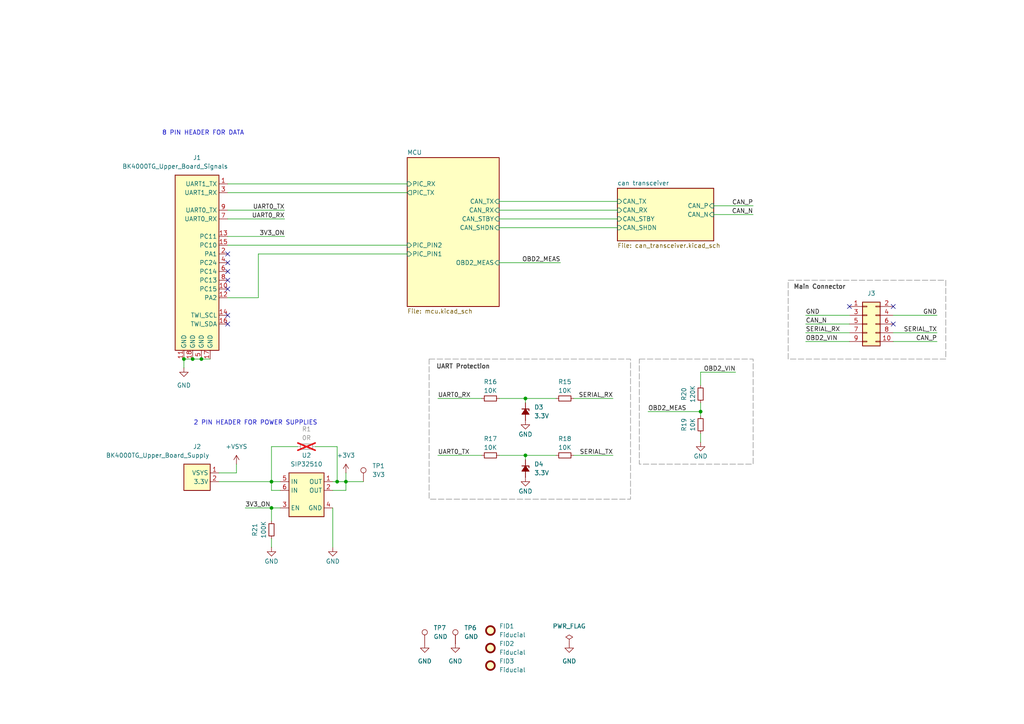
<source format=kicad_sch>
(kicad_sch (version 20250114) (generator "eeschema") (generator_version "9.0")
  (paper "A4")
  (title_block (title "Canbus Extension Board") (date "2022-03-08") (rev "R4"))
  (lib_symbols
    (symbol "Connector:TestPoint" (pin_numbers (hide yes)) (pin_names (offset 0.762) (hide yes))
      (property "Reference" "TP" (at 0 6.858 0))
      (property "Value" "TestPoint" (at 0 5.08 0))
      (symbol "TestPoint_0_1"
        (circle (center 0 3.302) (radius 0.762))
      )
      (symbol "TestPoint_1_1"
        (pin passive line (at 0 0 90) (length 2.54) (name "1") (number "1"))
      )
    )
    (symbol "Connector_Generic:Conn_02x05_Odd_Even" (pin_names (offset 1.016) (hide yes))
      (property "Reference" "J" (at 1.27 7.62 0))
      (property "Value" "Conn_02x05_Odd_Even" (at 1.27 -7.62 0))
      (symbol "Conn_02x05_Odd_Even_1_1"
        (rectangle (start -1.27 6.35) (end 3.81 -6.35) (stroke (width 0.254)) (fill (type background)))
        (rectangle (start -1.27 5.207) (end 0 4.953) (stroke (width 0.1524)))
        (rectangle (start -1.27 2.667) (end 0 2.413) (stroke (width 0.1524)))
        (rectangle (start -1.27 0.127) (end 0 -0.127) (stroke (width 0.1524)))
        (rectangle (start -1.27 -2.413) (end 0 -2.667) (stroke (width 0.1524)))
        (rectangle (start -1.27 -4.953) (end 0 -5.207) (stroke (width 0.1524)))
        (rectangle (start 3.81 5.207) (end 2.54 4.953) (stroke (width 0.1524)))
        (rectangle (start 3.81 2.667) (end 2.54 2.413) (stroke (width 0.1524)))
        (rectangle (start 3.81 0.127) (end 2.54 -0.127) (stroke (width 0.1524)))
        (rectangle (start 3.81 -2.413) (end 2.54 -2.667) (stroke (width 0.1524)))
        (rectangle (start 3.81 -4.953) (end 2.54 -5.207) (stroke (width 0.1524)))
        (pin passive line (at -5.08 5.08 0) (length 3.81) (name "Pin_1") (number "1"))
        (pin passive line (at -5.08 2.54 0) (length 3.81) (name "Pin_3") (number "3"))
        (pin passive line (at -5.08 0 0) (length 3.81) (name "Pin_5") (number "5"))
        (pin passive line (at -5.08 -2.54 0) (length 3.81) (name "Pin_7") (number "7"))
        (pin passive line (at -5.08 -5.08 0) (length 3.81) (name "Pin_9") (number "9"))
        (pin passive line (at 7.62 5.08 180) (length 3.81) (name "Pin_2") (number "2"))
        (pin passive line (at 7.62 2.54 180) (length 3.81) (name "Pin_4") (number "4"))
        (pin passive line (at 7.62 0 180) (length 3.81) (name "Pin_6") (number "6"))
        (pin passive line (at 7.62 -2.54 180) (length 3.81) (name "Pin_8") (number "8"))
        (pin passive line (at 7.62 -5.08 180) (length 3.81) (name "Pin_10") (number "10"))
      )
    )
    (symbol "Device:D_Zener_Small_Filled" (pin_numbers (hide yes)) (pin_names (offset 0.254) (hide yes))
      (property "Reference" "D" (at 0 2.286 0))
      (property "Value" "D_Zener_Small_Filled" (at 0 -2.286 0))
      (symbol "D_Zener_Small_Filled_0_1"
        (polyline (pts (xy -0.254 1.016) (xy -0.762 1.016) (xy -0.762 -1.016)) (stroke (width 0.254)))
        (polyline (pts (xy 0.762 1.016) (xy -0.762 0) (xy 0.762 -1.016) (xy 0.762 1.016)) (stroke (width 0.254)) (fill (type outline)))
        (polyline (pts (xy 0.762 0) (xy -0.762 0)))
      )
      (symbol "D_Zener_Small_Filled_1_1"
        (pin passive line (at -2.54 0 0) (length 1.778) (name "K") (number "1"))
        (pin passive line (at 2.54 0 180) (length 1.778) (name "A") (number "2"))
      )
    )
    (symbol "Device:R_Small" (pin_numbers (hide yes)) (pin_names (offset 0.254) (hide yes))
      (property "Reference" "R" (at 0.762 0.508 0))
      (property "Value" "R_Small" (at 0.762 -1.016 0))
      (symbol "R_Small_0_1"
        (rectangle (start -0.762 1.778) (end 0.762 -1.778) (stroke (width 0.2032)))
      )
      (symbol "R_Small_1_1"
        (pin passive line (at 0 2.54 270) (length 0.762) (name "~") (number "1"))
        (pin passive line (at 0 -2.54 90) (length 0.762) (name "~") (number "2"))
      )
    )
    (symbol "GND_1" (power) (pin_numbers (hide yes)) (pin_names (offset 0) (hide yes))
      (property "Value" "GND" (at 0 -3.81 0))
      (symbol "GND_1_0_1"
        (polyline (pts (xy 0 0) (xy 0 -1.27) (xy 1.27 -1.27) (xy 0 -2.54) (xy -1.27 -1.27) (xy 0 -1.27)))
      )
      (symbol "GND_1_1_1"
        (pin power_in line (at 0 0 270) (length 0) (name "~") (number "1"))
      )
    )
    (symbol "GND_3" (power) (pin_numbers (hide yes)) (pin_names (offset 0) (hide yes))
      (property "Value" "GND" (at 0 -3.81 0))
      (symbol "GND_3_0_1"
        (polyline (pts (xy 0 0) (xy 0 -1.27) (xy 1.27 -1.27) (xy 0 -2.54) (xy -1.27 -1.27) (xy 0 -1.27)))
      )
      (symbol "GND_3_1_1"
        (pin power_in line (at 0 0 270) (length 0) (name "~") (number "1"))
      )
    )
    (symbol "Mechanical:Fiducial"
      (property "Reference" "FID" (at 0 5.08 0))
      (property "Value" "Fiducial" (at 0 3.175 0))
      (symbol "Fiducial_0_1"
        (circle (center 0 0) (radius 1.27) (stroke (width 0.508)) (fill (type background)))
      )
    )
    (symbol "My_Libraries:+VSYS" (power) (in_bom no) (on_board no)
      (property "Value" "+VSYS" (at 0 3.81 0))
      (symbol "+VSYS_0_1"
        (polyline (pts (xy 0 2.54) (xy 0.762 1.27)))
        (polyline (pts (xy 0 2.54) (xy -0.762 1.27)))
        (polyline (pts (xy 0 0) (xy 0 2.54)))
      )
      (symbol "+VSYS_1_1"
        (pin power_in line (at 0 0 90) (length 0) (hide yes) (name "+VSYS") (number ""))
      )
    )
    (symbol "My_Libraries:BK4000TG_Upper_Board_Signals"
      (property "Reference" "J" (at 0 30.48 0))
      (property "Value" "BK4000TG_Upper_Board_Signals" (at 0 27.94 0))
      (symbol "BK4000TG_Upper_Board_Signals_0_1"
        (rectangle (start -5.08 25.4) (end 7.62 -25.4) (stroke (width 0.254)) (fill (type background)))
      )
      (symbol "BK4000TG_Upper_Board_Signals_1_1"
        (pin power_in line (at -2.54 -27.94 90) (length 2.54) (name "GND") (number "11"))
        (pin power_in line (at 0 -27.94 90) (length 2.54) (name "GND") (number "18"))
        (pin power_in line (at 2.54 -27.94 90) (length 2.54) (name "GND") (number "5"))
        (pin power_in line (at 5.08 -27.94 90) (length 2.54) (name "GND") (number "17"))
        (pin passive line (at 10.16 22.86 180) (length 2.54) (name "UART1_TX") (number "1"))
        (pin passive line (at 10.16 20.32 180) (length 2.54) (name "UART1_RX") (number "3"))
        (pin passive line (at 10.16 15.24 180) (length 2.54) (name "UART0_TX") (number "9"))
        (pin passive line (at 10.16 12.7 180) (length 2.54) (name "UART0_RX") (number "7"))
        (pin passive line (at 10.16 7.62 180) (length 2.54) (name "PC11") (number "13"))
        (pin passive line (at 10.16 5.08 180) (length 2.54) (name "PC10") (number "15"))
        (pin passive line (at 10.16 2.54 180) (length 2.54) (name "PA1") (number "2"))
        (pin passive line (at 10.16 0 180) (length 2.54) (name "PC24") (number "4"))
        (pin passive line (at 10.16 -2.54 180) (length 2.54) (name "PC14") (number "6"))
        (pin passive line (at 10.16 -5.08 180) (length 2.54) (name "PC13") (number "8"))
        (pin passive line (at 10.16 -7.62 180) (length 2.54) (name "PC15") (number "10"))
        (pin passive line (at 10.16 -10.16 180) (length 2.54) (name "PA2") (number "12"))
        (pin passive line (at 10.16 -15.24 180) (length 2.54) (name "TWI_SCL") (number "14"))
        (pin passive line (at 10.16 -17.78 180) (length 2.54) (name "TWI_SDA") (number "16"))
      )
    )
    (symbol "My_Libraries:BK4000TG_Upper_Board_Supply"
      (property "Reference" "J" (at 0 7.62 0))
      (property "Value" "BK4000TG_Upper_Board_Supply" (at 0 10.16 0))
      (symbol "BK4000TG_Upper_Board_Supply_0_1"
        (rectangle (start -5.08 2.54) (end 2.54 -5.08) (stroke (width 0.254)) (fill (type background)))
      )
      (symbol "BK4000TG_Upper_Board_Supply_1_1"
        (pin power_out line (at 5.08 0 180) (length 2.54) (name "VSYS") (number "1"))
        (pin power_out line (at 5.08 -2.54 180) (length 2.54) (name "3.3V") (number "2"))
      )
    )
    (symbol "My_Libraries:SIP32510"
      (property "Reference" "U" (at 0 7.62 0))
      (property "Value" "SIP32510" (at 0 7.62 0))
      (symbol "SIP32510_0_1"
        (rectangle (start -5.08 5.08) (end 5.08 -7.62) (stroke (width 0.254)) (fill (type background)))
      )
      (symbol "SIP32510_1_1"
        (pin power_in line (at -7.62 2.54 0) (length 2.54) (name "IN") (number "5"))
        (pin power_in line (at -7.62 0 0) (length 2.54) (name "IN") (number "6"))
        (pin input line (at -7.62 -5.08 0) (length 2.54) (name "EN") (number "3"))
        (pin power_out line (at 7.62 2.54 180) (length 2.54) (name "OUT") (number "1"))
        (pin power_out line (at 7.62 0 180) (length 2.54) (name "OUT") (number "2"))
        (pin power_in line (at 7.62 -5.08 180) (length 2.54) (name "GND") (number "4"))
      )
    )
    (symbol "PWR_FLAG_1" (power) (pin_numbers (hide yes)) (pin_names (offset 0) (hide yes))
      (property "Value" "PWR_FLAG" (at 0 3.81 0))
      (symbol "PWR_FLAG_1_0_0"
        (pin power_out line (at 0 0 90) (length 0) (name "~") (number "1"))
      )
      (symbol "PWR_FLAG_1_0_1"
        (polyline (pts (xy 0 0) (xy 0 1.27) (xy -1.016 1.905) (xy 0 2.54) (xy 1.016 1.905) (xy 0 1.27)))
      )
    )
    (symbol "power:+3V3" (power) (pin_numbers (hide yes)) (pin_names (offset 0) (hide yes))
      (property "Value" "+3V3" (at 0 3.556 0))
      (symbol "+3V3_0_1"
        (polyline (pts (xy -0.762 1.27) (xy 0 2.54)))
        (polyline (pts (xy 0 2.54) (xy 0.762 1.27)))
        (polyline (pts (xy 0 0) (xy 0 2.54)))
      )
      (symbol "+3V3_1_1"
        (pin power_in line (at 0 0 90) (length 0) (name "~") (number "1"))
      )
    )
  )
  (rectangle (start 228.6 81.28) (end 274.32 104.14) (stroke (width 0) (type dash) (color 132 132 132 1)))
  (rectangle (start 124.46 104.14) (end 182.88 144.78) (stroke (width 0) (type dash) (color 132 132 132 1)))
  (rectangle (start 185.42 104.14) (end 218.44 134.62) (stroke (width 0) (type dash) (color 132 132 132 1)))
  (text "8 PIN HEADER FOR DATA" (at 46.99 39.37 0) (effects (font (size 1.27 1.27)) (justify left bottom)))
  (text "2 PIN HEADER FOR POWER SUPPLIES" (at 56.134 123.444 0) (effects (font (size 1.27 1.27)) (justify left bottom)))
  (text "Main Connector" (at 230.124 84.074 0) (effects (font (size 1.27 1.27) (thickness 0.254) (bold yes)) (justify left bottom)))
  (text "UART Protection" (at 126.492 107.188 0) (effects (font (size 1.27 1.27) (thickness 0.254) (bold yes)) (justify left bottom)))
  (junction (at 152.4 132.08))
  (junction (at 55.88 104.14))
  (junction (at 53.34 104.14))
  (junction (at 78.74 147.32))
  (junction (at 97.79 139.7))
  (junction (at 203.2 119.38))
  (junction (at 100.33 139.7))
  (junction (at 78.74 139.7))
  (junction (at 58.42 104.14))
  (junction (at 152.4 115.57))
  (no_connect (at 259.08 93.98))
  (no_connect (at 246.38 88.9))
  (no_connect (at 66.04 73.66))
  (no_connect (at 66.04 81.28))
  (no_connect (at 66.04 83.82))
  (no_connect (at 66.04 78.74))
  (no_connect (at 66.04 76.2))
  (no_connect (at 66.04 93.98))
  (no_connect (at 66.04 91.44))
  (no_connect (at 259.08 88.9))
  (wire (pts (xy 259.08 99.06) (xy 271.78 99.06)))
  (wire (pts (xy 166.37 132.08) (xy 177.8 132.08)))
  (wire (pts (xy 161.29 132.08) (xy 152.4 132.08)))
  (wire (pts (xy 91.44 129.54) (xy 97.79 129.54)))
  (wire (pts (xy 100.33 139.7) (xy 105.41 139.7)))
  (wire (pts (xy 213.36 107.95) (xy 203.2 107.95)))
  (wire (pts (xy 71.12 147.32) (xy 78.74 147.32)))
  (wire (pts (xy 259.08 91.44) (xy 271.78 91.44)))
  (wire (pts (xy 203.2 107.95) (xy 203.2 111.76)))
  (wire (pts (xy 66.04 68.58) (xy 82.55 68.58)))
  (wire (pts (xy 97.79 139.7) (xy 100.33 139.7)))
  (wire (pts (xy 144.78 63.5) (xy 179.07 63.5)))
  (wire (pts (xy 78.74 151.13) (xy 78.74 147.32)))
  (wire (pts (xy 233.68 96.52) (xy 246.38 96.52)))
  (wire (pts (xy 271.78 96.52) (xy 259.08 96.52)))
  (wire (pts (xy 233.68 99.06) (xy 246.38 99.06)))
  (wire (pts (xy 144.78 132.08) (xy 152.4 132.08)))
  (wire (pts (xy 233.68 91.44) (xy 246.38 91.44)))
  (wire (pts (xy 144.78 115.57) (xy 152.4 115.57)))
  (wire (pts (xy 152.4 132.08) (xy 152.4 133.35)))
  (wire (pts (xy 66.04 53.34) (xy 118.11 53.34)))
  (wire (pts (xy 161.29 115.57) (xy 152.4 115.57)))
  (wire (pts (xy 78.74 156.21) (xy 78.74 158.75)))
  (wire (pts (xy 152.4 115.57) (xy 152.4 116.84)))
  (wire (pts (xy 58.42 104.14) (xy 60.96 104.14)))
  (wire (pts (xy 203.2 119.38) (xy 203.2 120.65)))
  (wire (pts (xy 66.04 55.88) (xy 118.11 55.88)))
  (wire (pts (xy 207.01 59.69) (xy 218.44 59.69)))
  (wire (pts (xy 78.74 147.32) (xy 81.28 147.32)))
  (wire (pts (xy 96.52 139.7) (xy 97.79 139.7)))
  (wire (pts (xy 78.74 129.54) (xy 78.74 139.7)))
  (wire (pts (xy 66.04 86.36) (xy 74.93 86.36)))
  (wire (pts (xy 74.93 86.36) (xy 74.93 73.66)))
  (wire (pts (xy 203.2 116.84) (xy 203.2 119.38)))
  (wire (pts (xy 96.52 147.32) (xy 96.52 158.75)))
  (wire (pts (xy 187.96 119.38) (xy 203.2 119.38)))
  (wire (pts (xy 144.78 76.2) (xy 162.56 76.2)))
  (wire (pts (xy 203.2 125.73) (xy 203.2 128.27)))
  (wire (pts (xy 127 115.57) (xy 139.7 115.57)))
  (wire (pts (xy 144.78 66.04) (xy 179.07 66.04)))
  (wire (pts (xy 100.33 139.7) (xy 100.33 137.16)))
  (wire (pts (xy 82.55 60.96) (xy 66.04 60.96)))
  (wire (pts (xy 144.78 58.42) (xy 179.07 58.42)))
  (wire (pts (xy 53.34 104.14) (xy 53.34 106.68)))
  (wire (pts (xy 63.5 137.16) (xy 68.58 137.16)))
  (wire (pts (xy 68.58 134.62) (xy 68.58 137.16)))
  (wire (pts (xy 78.74 142.24) (xy 78.74 139.7)))
  (wire (pts (xy 100.33 142.24) (xy 100.33 139.7)))
  (wire (pts (xy 74.93 73.66) (xy 118.11 73.66)))
  (wire (pts (xy 66.04 71.12) (xy 118.11 71.12)))
  (wire (pts (xy 81.28 142.24) (xy 78.74 142.24)))
  (wire (pts (xy 144.78 60.96) (xy 179.07 60.96)))
  (wire (pts (xy 63.5 139.7) (xy 78.74 139.7)))
  (wire (pts (xy 86.36 129.54) (xy 78.74 129.54)))
  (wire (pts (xy 97.79 129.54) (xy 97.79 139.7)))
  (wire (pts (xy 233.68 93.98) (xy 246.38 93.98)))
  (wire (pts (xy 55.88 104.14) (xy 58.42 104.14)))
  (wire (pts (xy 207.01 62.23) (xy 218.44 62.23)))
  (wire (pts (xy 53.34 104.14) (xy 55.88 104.14)))
  (wire (pts (xy 78.74 139.7) (xy 81.28 139.7)))
  (wire (pts (xy 127 132.08) (xy 139.7 132.08)))
  (wire (pts (xy 96.52 142.24) (xy 100.33 142.24)))
  (wire (pts (xy 66.04 63.5) (xy 82.55 63.5)))
  (wire (pts (xy 166.37 115.57) (xy 177.8 115.57)))
  (label "CAN_N" (at 218.44 62.23 180))
  (label "SERIAL_TX" (at 271.78 96.52 180))
  (label "GND" (at 271.78 91.44 180))
  (label "UART0_TX" (at 82.55 60.96 180))
  (label "3V3_ON" (at 82.55 68.58 180))
  (label "OBD2_MEAS" (at 162.56 76.2 180))
  (label "SERIAL_RX" (at 233.68 96.52 0))
  (label "UART0_TX" (at 127 132.08 0))
  (label "UART0_RX" (at 127 115.57 0))
  (label "GND" (at 233.68 91.44 0))
  (label "UART0_RX" (at 82.55 63.5 180))
  (label "SERIAL_RX" (at 177.8 115.57 180))
  (label "CAN_P" (at 271.78 99.06 180))
  (label "OBD2_MEAS" (at 187.96 119.38 0))
  (label "CAN_P" (at 218.44 59.69 180))
  (label "SERIAL_TX" (at 177.8 132.08 180))
  (label "OBD2_VIN" (at 213.36 107.95 180))
  (label "OBD2_VIN" (at 233.68 99.06 0))
  (label "3V3_ON" (at 71.12 147.32 0))
  (label "CAN_N" (at 233.68 93.98 0))
  (symbol (lib_name "GND_1") (lib_id "power:GND") (at 96.52 158.75 0) (unit 1)
    (property "Reference" "#PWR05" (effects (hide yes)))
    (property "Value" "GND" (at 96.52 162.814 0))
    (property "Description" "Power symbol creates a global label with name \"GND\" , ground" (effects (hide yes)))
  )
  (symbol (lib_id "My_Libraries:BK4000TG_Upper_Board_Supply") (at 58.42 137.16 0) (unit 1)
    (property "Reference" "J2" (at 57.15 129.54 0))
    (property "Value" "BK4000TG_Upper_Board_Supply" (at 45.72 132.08 0))
    (property "Footprint" "Connector_PinSocket_2.54mm:PinSocket_1x02_P2.54mm_Vertical" (effects (hide yes)))
  )
  (symbol (lib_id "Device:R_Small") (at 88.9 129.54 90) (unit 1) (dnp yes)
    (property "Reference" "R1" (at 88.9 124.46 90))
    (property "Value" "0R" (at 88.9 127 90))
    (property "Footprint" "Resistor_SMD:R_0805_2012Metric_Pad1.20x1.40mm_HandSolder" (effects (hide yes)))
    (property "Description" "Resistor, small symbol" (effects (hide yes)))
  )
  (symbol (lib_id "My_Libraries:BK4000TG_Upper_Board_Signals") (at 55.88 76.2 0) (unit 1)
    (property "Reference" "J1" (at 57.15 45.72 0))
    (property "Value" "BK4000TG_Upper_Board_Signals" (at 50.8 48.26 0))
    (property "Footprint" "Connector_PinSocket_2.54mm:PinSocket_2x09_P2.54mm_Vertical" (effects (hide yes)))
  )
  (symbol (lib_id "Connector:TestPoint") (at 123.19 186.69 0) (unit 1)
    (property "Reference" "TP7" (at 125.73 182.1179 0) (effects (justify left)))
    (property "Value" "GND" (at 125.73 184.6579 0) (effects (justify left)))
    (property "Footprint" "TestPoint:TestPoint_Pad_D2.0mm" (effects (hide yes)))
    (property "Description" "test point" (effects (hide yes)))
  )
  (symbol (lib_id "Connector:TestPoint") (at 105.41 139.7 0) (unit 1)
    (property "Reference" "TP1" (at 107.95 135.1279 0) (effects (justify left)))
    (property "Value" "3V3" (at 107.95 137.6679 0) (effects (justify left)))
    (property "Footprint" "TestPoint:TestPoint_Pad_D2.0mm" (effects (hide yes)))
    (property "Description" "test point" (effects (hide yes)))
  )
  (symbol (lib_name "GND_3") (lib_id "power:GND") (at 132.08 186.69 0) (unit 1)
    (property "Reference" "#PWR09" (effects (hide yes)))
    (property "Value" "GND" (at 132.08 191.77 0))
    (property "Description" "Power symbol creates a global label with name \"GND\" , ground" (effects (hide yes)))
  )
  (symbol (lib_id "power:+3V3") (at 100.33 137.16 0) (unit 1)
    (property "Reference" "#PWR08" (effects (hide yes)))
    (property "Value" "+3V3" (at 100.33 132.08 0))
    (property "Description" "Power symbol creates a global label with name \"+3V3\"" (effects (hide yes)))
  )
  (symbol (lib_id "Device:R_Small") (at 203.2 123.19 0) (unit 1)
    (property "Reference" "R19" (at 198.374 123.19 90))
    (property "Value" "10K" (at 200.914 123.19 90))
    (property "Footprint" "Resistor_SMD:R_0603_1608Metric" (effects (hide yes)))
  )
  (symbol (lib_id "Mechanical:Fiducial") (at 142.24 182.88 0) (unit 1)
    (property "Reference" "FID1" (at 144.78 181.6099 0) (effects (justify left)))
    (property "Value" "Fiducial" (at 144.78 184.1499 0) (effects (justify left)))
    (property "Footprint" "Fiducial:Fiducial_1mm_Mask2mm" (effects (hide yes)))
  )
  (symbol (lib_id "Connector:TestPoint") (at 132.08 186.69 0) (unit 1)
    (property "Reference" "TP6" (at 134.62 182.1179 0) (effects (justify left)))
    (property "Value" "GND" (at 134.62 184.6579 0) (effects (justify left)))
    (property "Footprint" "TestPoint:TestPoint_Pad_D2.0mm" (effects (hide yes)))
    (property "Description" "test point" (effects (hide yes)))
  )
  (symbol (lib_id "Device:D_Zener_Small_Filled") (at 152.4 135.89 270) (unit 1)
    (property "Reference" "D4" (at 154.94 134.6199 90) (effects (justify left)))
    (property "Value" "3.3V" (at 154.94 137.1599 90) (effects (justify left)))
    (property "Footprint" "Diode_SMD:D_SOD-123" (effects (hide yes)))
    (property "Description" "Zener diode, small symbol, filled shape" (effects (hide yes)))
  )
  (symbol (lib_name "GND_3") (lib_id "power:GND") (at 165.1 186.69 0) (unit 1)
    (property "Reference" "#PWR07" (effects (hide yes)))
    (property "Value" "GND" (at 165.1 191.77 0))
    (property "Description" "Power symbol creates a global label with name \"GND\" , ground" (effects (hide yes)))
  )
  (symbol (lib_name "GND_1") (lib_id "power:GND") (at 152.4 138.43 0) (unit 1)
    (property "Reference" "#PWR02" (effects (hide yes)))
    (property "Value" "GND" (at 152.4 142.494 0))
    (property "Description" "Power symbol creates a global label with name \"GND\" , ground" (effects (hide yes)))
  )
  (symbol (lib_id "Mechanical:Fiducial") (at 142.24 193.04 0) (unit 1)
    (property "Reference" "FID3" (at 144.78 191.7699 0) (effects (justify left)))
    (property "Value" "Fiducial" (at 144.78 194.3099 0) (effects (justify left)))
    (property "Footprint" "Fiducial:Fiducial_1mm_Mask2mm" (effects (hide yes)))
  )
  (symbol (lib_name "GND_1") (lib_id "power:GND") (at 78.74 158.75 0) (unit 1)
    (property "Reference" "#PWR04" (effects (hide yes)))
    (property "Value" "GND" (at 78.74 162.814 0))
    (property "Description" "Power symbol creates a global label with name \"GND\" , ground" (effects (hide yes)))
  )
  (symbol (lib_id "Device:R_Small") (at 163.83 115.57 270) (unit 1)
    (property "Reference" "R15" (at 163.83 110.744 90))
    (property "Value" "10K" (at 163.83 113.284 90))
    (property "Footprint" "Resistor_SMD:R_0603_1608Metric" (effects (hide yes)))
  )
  (symbol (lib_id "Device:R_Small") (at 78.74 153.67 0) (unit 1)
    (property "Reference" "R21" (at 73.914 153.67 90))
    (property "Value" "100K" (at 76.454 153.67 90))
    (property "Footprint" "Resistor_SMD:R_0603_1608Metric" (effects (hide yes)))
  )
  (symbol (lib_id "Mechanical:Fiducial") (at 142.24 187.96 0) (unit 1)
    (property "Reference" "FID2" (at 144.78 186.6899 0) (effects (justify left)))
    (property "Value" "Fiducial" (at 144.78 189.2299 0) (effects (justify left)))
    (property "Footprint" "Fiducial:Fiducial_1mm_Mask2mm" (effects (hide yes)))
  )
  (symbol (lib_id "My_Libraries:+VSYS") (at 68.58 134.62 0) (unit 1) (in_bom no) (on_board no)
    (property "Reference" "#PWR0101" (effects (hide yes)))
    (property "Value" "+VSYS" (at 68.58 129.54 0))
  )
  (symbol (lib_id "Device:R_Small") (at 203.2 114.3 0) (unit 1)
    (property "Reference" "R20" (at 198.374 114.3 90))
    (property "Value" "120K" (at 200.914 114.3 90))
    (property "Footprint" "Resistor_SMD:R_0603_1608Metric" (effects (hide yes)))
  )
  (symbol (lib_id "Device:R_Small") (at 142.24 115.57 270) (unit 1)
    (property "Reference" "R16" (at 142.24 110.744 90))
    (property "Value" "10K" (at 142.24 113.284 90))
    (property "Footprint" "Resistor_SMD:R_0603_1608Metric" (effects (hide yes)))
  )
  (symbol (lib_id "Connector_Generic:Conn_02x05_Odd_Even") (at 251.46 93.98 0) (unit 1)
    (property "Reference" "J3" (at 252.73 85.09 0))
    (property "Value" "Conn_02x05_Odd_Even" (effects (hide yes)))
    (property "Footprint" "Connector_Molex:Molex_Mini-Fit_Jr_5569-10A2_2x05_P4.20mm_Horizontal" (effects (hide yes)))
  )
  (symbol (lib_id "My_Libraries:SIP32510") (at 88.9 142.24 0) (unit 1)
    (property "Reference" "U2" (at 88.9 132.08 0))
    (property "Value" "SIP32510" (at 88.9 134.62 0))
    (property "Footprint" "Package_TO_SOT_SMD:TSOT-23-6" (effects (hide yes)))
    (property "Description" "1.1 V to 5.5 V, Slew Rate Controlled Load Switch 44mΩ 3A TSOT-23-6" (effects (hide yes)))
  )
  (symbol (lib_name "GND_3") (lib_id "power:GND") (at 123.19 186.69 0) (unit 1)
    (property "Reference" "#PWR025" (effects (hide yes)))
    (property "Value" "GND" (at 123.19 191.77 0))
    (property "Description" "Power symbol creates a global label with name \"GND\" , ground" (effects (hide yes)))
  )
  (symbol (lib_id "Device:R_Small") (at 142.24 132.08 270) (unit 1)
    (property "Reference" "R17" (at 142.24 127.254 90))
    (property "Value" "10K" (at 142.24 129.794 90))
    (property "Footprint" "Resistor_SMD:R_0603_1608Metric" (effects (hide yes)))
  )
  (symbol (lib_id "Device:R_Small") (at 163.83 132.08 270) (unit 1)
    (property "Reference" "R18" (at 163.83 127.254 90))
    (property "Value" "10K" (at 163.83 129.794 90))
    (property "Footprint" "Resistor_SMD:R_0603_1608Metric" (effects (hide yes)))
  )
  (symbol (lib_name "GND_1") (lib_id "power:GND") (at 203.2 128.27 0) (unit 1)
    (property "Reference" "#PWR03" (effects (hide yes)))
    (property "Value" "GND" (at 203.2 132.334 0))
    (property "Description" "Power symbol creates a global label with name \"GND\" , ground" (effects (hide yes)))
  )
  (symbol (lib_name "GND_1") (lib_id "power:GND") (at 53.34 106.68 0) (unit 1)
    (property "Reference" "#PWR016" (effects (hide yes)))
    (property "Value" "GND" (at 53.34 111.76 0))
    (property "Description" "Power symbol creates a global label with name \"GND\" , ground" (effects (hide yes)))
  )
  (symbol (lib_name "PWR_FLAG_1") (lib_id "power:PWR_FLAG") (at 165.1 186.69 0) (unit 1)
    (property "Reference" "#FLG02" (effects (hide yes)))
    (property "Value" "PWR_FLAG" (at 165.1 181.61 0))
    (property "Description" "Special symbol for telling ERC where power comes from" (effects (hide yes)))
  )
  (symbol (lib_id "Device:D_Zener_Small_Filled") (at 152.4 119.38 270) (unit 1)
    (property "Reference" "D3" (at 154.94 118.1099 90) (effects (justify left)))
    (property "Value" "3.3V" (at 154.94 120.6499 90) (effects (justify left)))
    (property "Footprint" "Diode_SMD:D_SOD-123" (effects (hide yes)))
    (property "Description" "Zener diode, small symbol, filled shape" (effects (hide yes)))
  )
  (symbol (lib_name "GND_1") (lib_id "power:GND") (at 152.4 121.92 0) (unit 1)
    (property "Reference" "#PWR01" (effects (hide yes)))
    (property "Value" "GND" (at 152.4 125.984 0))
    (property "Description" "Power symbol creates a global label with name \"GND\" , ground" (effects (hide yes)))
  )
  (sheet (at 179.07 54.61) (size 27.94 15.24) (stroke (width 0.254)) (fill (color 255 255 194 1.0000))
    (property "Sheetname" "can transceiver" (at 179.07 53.8476 0) (effects (justify left bottom)))
    (property "Sheetfile" "can_transceiver.kicad_sch" (at 179.07 70.4854 0) (effects (justify left top)))
    (pin "CAN_P" input (at 207.01 59.69 0))
    (pin "CAN_N" input (at 207.01 62.23 0))
    (pin "CAN_TX" input (at 179.07 58.42 180))
    (pin "CAN_STBY" input (at 179.07 63.5 180))
    (pin "CAN_RX" input (at 179.07 60.96 180))
    (pin "CAN_SHDN" input (at 179.07 66.04 180))
  )
  (sheet (at 118.11 45.72) (size 26.67 43.18) (stroke (width 0.254)) (fill (color 255 255 194 1.0000))
    (property "Sheetname" "MCU" (at 118.11 44.9576 0) (effects (justify left bottom)))
    (property "Sheetfile" "mcu.kicad_sch" (at 118.11 89.5354 0) (effects (justify left top)))
    (pin "OBD2_MEAS" input (at 144.78 76.2 0))
    (pin "PIC_RX" input (at 118.11 53.34 180))
    (pin "PIC_TX" output (at 118.11 55.88 180))
    (pin "CAN_STBY" input (at 144.78 63.5 0))
    (pin "CAN_TX" input (at 144.78 58.42 0))
    (pin "CAN_RX" input (at 144.78 60.96 0))
    (pin "PIC_PIN1" input (at 118.11 73.66 180))
    (pin "PIC_PIN2" input (at 118.11 71.12 180))
    (pin "CAN_SHDN" input (at 144.78 66.04 0))
  )
)
</source>
